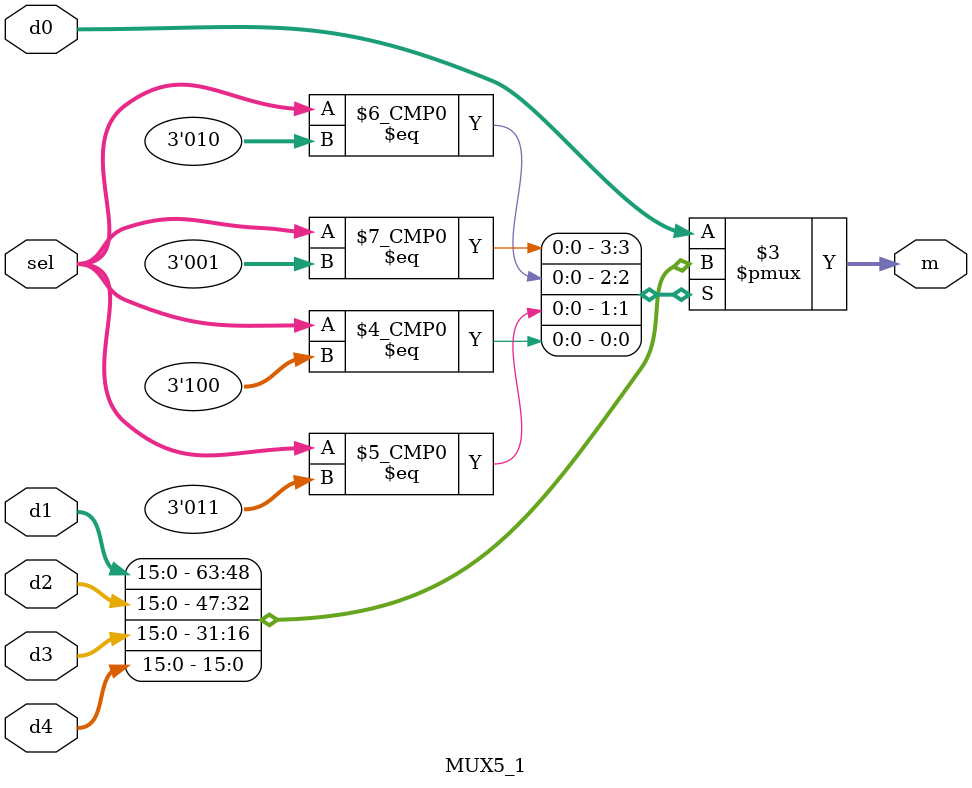
<source format=v>
module MUX5_1 (d0, d1, d2, d3, d4, sel, m );
input [15:0] d0, d1, d2, d3, d4;
input  [2:0] sel;
output reg [15:0] m;

always@(*)
case ( sel )
	0: m = d0;
	1: m = d1;
	2: m = d2;
	3: m = d3;
	4: m = d4;
	default: m = d0;
endcase
endmodule


</source>
